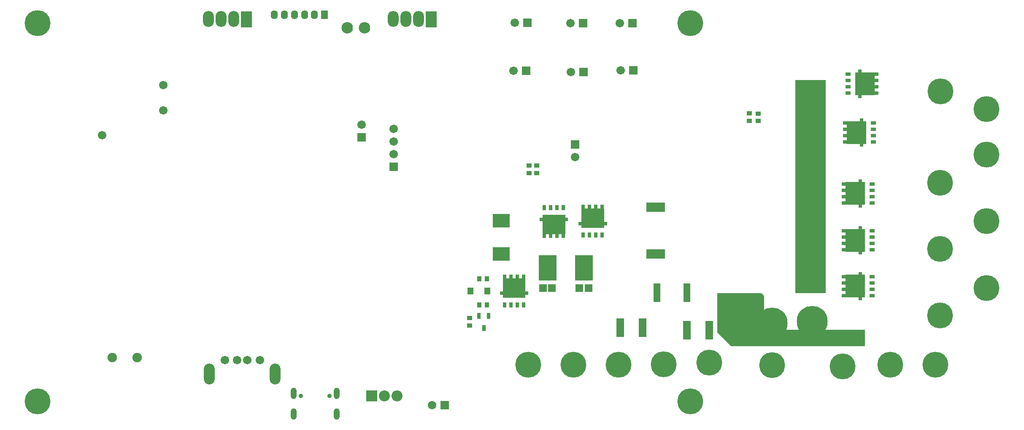
<source format=gbs>
G04*
G04 #@! TF.GenerationSoftware,Altium Limited,Altium Designer,23.10.1 (27)*
G04*
G04 Layer_Color=16711935*
%FSLAX25Y25*%
%MOIN*%
G70*
G04*
G04 #@! TF.SameCoordinates,D3AB3FBC-EAD5-4AAA-8E34-AB65D5BEE443*
G04*
G04*
G04 #@! TF.FilePolarity,Negative*
G04*
G01*
G75*
%ADD92R,0.03556X0.04147*%
%ADD93R,0.04147X0.03556*%
%ADD95R,0.02926X0.04343*%
%ADD96R,0.07099X0.02769*%
%ADD97R,0.08674X0.15210*%
%ADD98R,0.10642X0.15210*%
%ADD100R,0.03162X0.04737*%
%ADD101R,0.05131X0.05524*%
%ADD102R,0.13792X0.10642*%
%ADD104R,0.14580X0.05918*%
%ADD106O,0.08674X0.16548*%
%ADD107C,0.06706*%
%ADD108O,0.04737X0.09068*%
%ADD109C,0.03438*%
%ADD110R,0.06706X0.06706*%
%ADD111C,0.09068*%
%ADD112R,0.06706X0.06706*%
%ADD113C,0.20485*%
%ADD114C,0.24422*%
%ADD115C,0.07480*%
%ADD116O,0.05524X0.07099*%
%ADD117R,0.05524X0.07099*%
%ADD118R,0.08674X0.12611*%
%ADD119O,0.08674X0.12611*%
%ADD120R,0.08674X0.08674*%
%ADD121C,0.08674*%
%ADD181R,0.24289X1.68700*%
%ADD182R,0.14186X0.20091*%
%ADD183R,0.06312X0.06312*%
%ADD184R,0.14816X0.07808*%
%ADD185R,0.05918X0.14580*%
%ADD186R,0.15210X0.10642*%
%ADD187R,0.15210X0.08674*%
%ADD188R,0.02769X0.07099*%
%ADD189R,0.04343X0.02926*%
%ADD190R,0.05524X0.14580*%
G36*
X596415Y100915D02*
X631315D01*
X633415Y98815D01*
Y78115D01*
X639715Y71815D01*
X713315D01*
Y59015D01*
X607315D01*
X596415Y69915D01*
Y100915D01*
D02*
G37*
D92*
X414613Y91515D02*
D03*
X408708D02*
D03*
X414613Y112415D02*
D03*
X408708D02*
D03*
D93*
X453815Y202015D02*
D03*
Y196109D02*
D03*
X447880Y196071D02*
D03*
Y201976D02*
D03*
X400915Y75217D02*
D03*
Y81122D02*
D03*
X621915Y243220D02*
D03*
Y237315D02*
D03*
X629015Y237210D02*
D03*
Y243115D02*
D03*
D95*
X469953Y146637D02*
D03*
X459953D02*
D03*
Y168675D02*
D03*
X474953Y146637D02*
D03*
X469953Y168675D02*
D03*
X474953D02*
D03*
X464953Y146637D02*
D03*
Y168675D02*
D03*
X438577Y91655D02*
D03*
Y113693D02*
D03*
X428577Y91655D02*
D03*
X433577D02*
D03*
X428577Y113693D02*
D03*
X443577Y91655D02*
D03*
Y113693D02*
D03*
X433577D02*
D03*
X495677Y168893D02*
D03*
X505677D02*
D03*
Y146855D02*
D03*
X490677Y168893D02*
D03*
X495677Y146855D02*
D03*
X490677D02*
D03*
X500677Y168893D02*
D03*
Y146855D02*
D03*
D96*
X459579Y159423D02*
D03*
X475327D02*
D03*
X428203Y100907D02*
D03*
X443951D02*
D03*
X506051Y156107D02*
D03*
X490303D02*
D03*
D97*
X462831Y155387D02*
D03*
X440698Y104943D02*
D03*
X502798Y160143D02*
D03*
D98*
X471074Y155387D02*
D03*
X432456Y104943D02*
D03*
X494556Y160143D02*
D03*
D100*
X415989Y83115D02*
D03*
X412052Y73273D02*
D03*
X408115Y83115D02*
D03*
D101*
X414942Y102615D02*
D03*
X401615D02*
D03*
D102*
X425815Y158415D02*
D03*
Y131840D02*
D03*
D104*
X614500Y94717D02*
D03*
Y77000D02*
D03*
D106*
X247269Y36900D02*
D03*
X195300D02*
D03*
D107*
X235064Y47924D02*
D03*
X225221D02*
D03*
X217347D02*
D03*
X207505D02*
D03*
X435500Y276800D02*
D03*
X340800Y210800D02*
D03*
Y220800D02*
D03*
Y230800D02*
D03*
X484315Y208515D02*
D03*
X158800Y245600D02*
D03*
Y265600D02*
D03*
X371300Y12300D02*
D03*
X315600Y234200D02*
D03*
X520300Y277400D02*
D03*
X519600Y314600D02*
D03*
X480815Y276015D02*
D03*
X480700Y314600D02*
D03*
X436600Y315000D02*
D03*
X110600Y226000D02*
D03*
D108*
X261892Y5262D02*
D03*
Y21600D02*
D03*
X295908Y5262D02*
D03*
Y21600D02*
D03*
D109*
X290278Y19632D02*
D03*
X267522D02*
D03*
D110*
X445500Y276800D02*
D03*
X381300Y12300D02*
D03*
X530300Y277400D02*
D03*
X529600Y314600D02*
D03*
X490815Y276015D02*
D03*
X490700Y314600D02*
D03*
X446600Y315000D02*
D03*
D111*
X304221Y311000D02*
D03*
X318000D02*
D03*
D112*
X340800Y200800D02*
D03*
X484315Y218515D02*
D03*
X315600Y224200D02*
D03*
D113*
X695600Y43000D02*
D03*
X554315Y44515D02*
D03*
X640000Y44100D02*
D03*
X768915Y44315D02*
D03*
X733159D02*
D03*
X809315Y104915D02*
D03*
X772415Y83415D02*
D03*
X809315Y157815D02*
D03*
X772415Y135848D02*
D03*
X809315Y210715D02*
D03*
X772415Y188282D02*
D03*
X482871Y44315D02*
D03*
X447115D02*
D03*
X518626D02*
D03*
X809315Y246715D02*
D03*
X772715Y260615D02*
D03*
X590115Y45915D02*
D03*
X575133Y15308D02*
D03*
Y314521D02*
D03*
X59385D02*
D03*
Y15308D02*
D03*
D114*
X640000Y77400D02*
D03*
X671500Y78700D02*
D03*
D115*
X138085Y50000D02*
D03*
X118400D02*
D03*
D116*
X278326Y321400D02*
D03*
X270452D02*
D03*
X254507D02*
D03*
X262381D02*
D03*
X246514D02*
D03*
D117*
X286200D02*
D03*
D118*
X224400Y317500D02*
D03*
X370600Y317700D02*
D03*
D119*
X214400Y317894D02*
D03*
X204400D02*
D03*
X194400D02*
D03*
X340600Y318094D02*
D03*
X350600D02*
D03*
X360600D02*
D03*
D120*
X323600Y19700D02*
D03*
D121*
X333600D02*
D03*
X343600D02*
D03*
D181*
X670260Y185365D02*
D03*
D182*
X462415Y120815D02*
D03*
X491215Y121015D02*
D03*
D183*
X458793Y104815D02*
D03*
X466037D02*
D03*
X494837Y105015D02*
D03*
X487593D02*
D03*
D184*
X547915Y131907D02*
D03*
Y168915D02*
D03*
D185*
X572399Y71715D02*
D03*
X590115D02*
D03*
X537532Y73615D02*
D03*
X519815D02*
D03*
D186*
X705637Y102956D02*
D03*
Y139096D02*
D03*
X706637Y224377D02*
D03*
X705637Y176237D02*
D03*
X713143Y270274D02*
D03*
D187*
X705637Y111198D02*
D03*
Y147339D02*
D03*
X706637Y232620D02*
D03*
X705637Y184479D02*
D03*
X713143Y262032D02*
D03*
D188*
X709672Y98703D02*
D03*
Y114451D02*
D03*
Y134844D02*
D03*
Y150592D02*
D03*
X710673Y220124D02*
D03*
Y235872D02*
D03*
X709672Y171984D02*
D03*
Y187732D02*
D03*
X709107Y274527D02*
D03*
Y258779D02*
D03*
D189*
X718924Y109077D02*
D03*
X696887D02*
D03*
X718924Y99077D02*
D03*
Y104077D02*
D03*
X696887Y99077D02*
D03*
X718924Y114077D02*
D03*
X696887D02*
D03*
Y104077D02*
D03*
X718924Y145218D02*
D03*
X696887D02*
D03*
X718924Y135218D02*
D03*
Y140218D02*
D03*
X696887Y135218D02*
D03*
X718924Y150218D02*
D03*
X696887D02*
D03*
Y140218D02*
D03*
X719924Y230498D02*
D03*
X697887D02*
D03*
X719924Y220498D02*
D03*
Y225498D02*
D03*
X697887Y220498D02*
D03*
X719924Y235498D02*
D03*
X697887D02*
D03*
Y225498D02*
D03*
X718924Y182358D02*
D03*
X696887D02*
D03*
X718924Y172358D02*
D03*
Y177358D02*
D03*
X696887Y172358D02*
D03*
X718924Y187358D02*
D03*
X696887D02*
D03*
Y177358D02*
D03*
X699855Y264153D02*
D03*
X721893D02*
D03*
X699855Y274153D02*
D03*
Y269153D02*
D03*
X721893Y274153D02*
D03*
X699855Y259153D02*
D03*
X721893D02*
D03*
Y269153D02*
D03*
D190*
X572437Y101315D02*
D03*
X548815D02*
D03*
M02*

</source>
